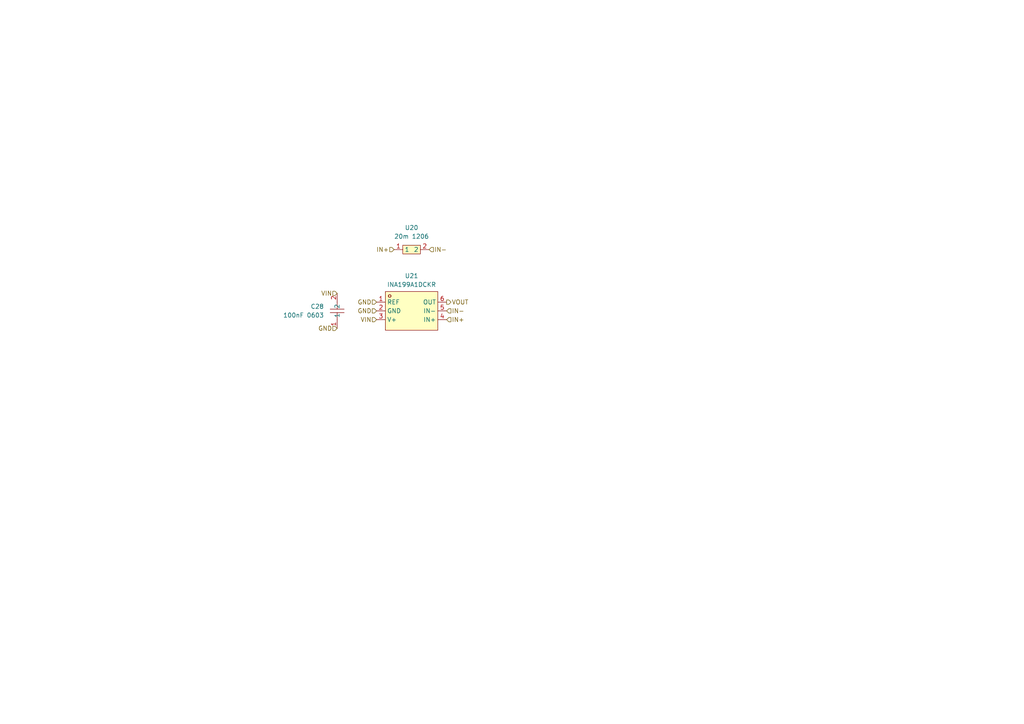
<source format=kicad_sch>
(kicad_sch (version 20231120) (generator "eeschema") (generator_version "8.0")
  (paper "A4")
  (lib_symbols
    (symbol "Rocketry_Easyeda:CC0603KRX7R9BB104 (100nF 0603)"
      (property "Reference" "C" (at 0 5.08 0))
      (property "Value" "CC0603KRX7R9BB104 (100nF 0603)" (at 0 -5.08 0))
      (symbol "CC0603KRX7R9BB104 (100nF 0603)_0_1"
        (polyline (pts (xy -0.51 -2.03) (xy -0.51 2.03)))
        (polyline (pts (xy -0.51 0) (xy -2.54 0)))
        (polyline (pts (xy 0.51 2.03) (xy 0.51 -2.03)))
        (polyline (pts (xy 2.54 0) (xy 0.51 0)))
        (pin unspecified line (at -5.08 0 0) (length 2.54) (name "1") (number "1"))
        (pin unspecified line (at 5.08 0 180) (length 2.54) (name "2") (number "2"))
      )
    )
    (symbol "Rocketry_Easyeda:FRM121WFR020TM (20m 1206)"
      (property "Reference" "U" (at 0 5.08 0))
      (property "Value" "FRM121WFR020TM (20m 1206)" (at 0 -5.08 0))
      (symbol "FRM121WFR020TM (20m 1206)_0_1"
        (rectangle (start -2.54 1.27) (end 2.54 -1.27) (fill (type background)))
        (pin unspecified line (at -5.08 0 0) (length 2.54) (name "1") (number "1"))
        (pin unspecified line (at 5.08 0 180) (length 2.54) (name "2") (number "2"))
      )
    )
    (symbol "Rocketry_Easyeda:INA199A1DCKR"
      (property "Reference" "U" (at 0 7.62 0))
      (property "Value" "INA199A1DCKR" (at 0 -7.62 0))
      (symbol "INA199A1DCKR_0_1"
        (rectangle (start -7.62 5.59) (end 7.62 -5.59) (fill (type background)))
        (circle (center -6.35 4.32) (radius 0.38))
        (circle (center -6.35 4.32) (radius 0.38))
        (pin unspecified line (at -10.16 2.54 0) (length 2.54) (name "REF") (number "1"))
        (pin unspecified line (at -10.16 0 0) (length 2.54) (name "GND") (number "2"))
        (pin unspecified line (at -10.16 -2.54 0) (length 2.54) (name "V+") (number "3"))
        (pin unspecified line (at 10.16 -2.54 180) (length 2.54) (name "IN+") (number "4"))
        (pin unspecified line (at 10.16 0 180) (length 2.54) (name "IN-") (number "5"))
        (pin unspecified line (at 10.16 2.54 180) (length 2.54) (name "OUT") (number "6"))
      )
    )
  )
  (hierarchical_label "VIN" (shape input) (at 97.79 85.09 180))
  (hierarchical_label "GND" (shape input) (at 97.79 95.25 180))
  (hierarchical_label "IN+" (shape input) (at 129.54 92.71 0))
  (hierarchical_label "IN+" (shape input) (at 114.3 72.39 180))
  (hierarchical_label "IN-" (shape input) (at 124.46 72.39 0))
  (hierarchical_label "GND" (shape input) (at 109.22 87.63 180))
  (hierarchical_label "VOUT" (shape output) (at 129.54 87.63 0))
  (hierarchical_label "GND" (shape input) (at 109.22 90.17 180))
  (hierarchical_label "VIN" (shape input) (at 109.22 92.71 180))
  (hierarchical_label "IN-" (shape input) (at 129.54 90.17 0))
  (symbol (lib_id "Rocketry_Easyeda:CC0603KRX7R9BB104 (100nF 0603)") (at 97.79 90.17 270) (mirror x) (unit 1)
    (property "Reference" "C28" (at 93.98 88.9 90) (effects (justify right)))
    (property "Value" "100nF 0603" (at 93.98 91.44 90) (effects (justify right)))
    (property "Footprint" "Rocketry_Easyeda:C0603" (effects (hide yes)))
    (property "Datasheet" "https://lcsc.com/product-detail/Multilayer-Ceramic-Capacitors-MLCC-SMD-SMT_100nF-104-10-50V_C14663.html" (effects (hide yes)))
    (property "LCSC Part" "C14663" (effects (hide yes)))
    (instances (project "EPSv1" (path "" (reference "C28") (unit 1)) (path "" (reference "C27") (unit 1)) (path "" (reference "C39") (unit 1))))
  )
  (symbol (lib_id "Rocketry_Easyeda:INA199A1DCKR") (at 119.38 90.17 0) (unit 1)
    (property "Reference" "U21" (at 119.38 80.01 0))
    (property "Value" "INA199A1DCKR" (at 119.38 82.55 0))
    (property "Footprint" "Rocketry_Easyeda:SC-70-6_L2.2-W1.3-P0.65-LS2.1-BR" (effects (hide yes)))
    (property "Datasheet" "https://lcsc.com/product-detail/PMIC-Current-Power-Monitors-Regulators_TI_INA199A1DCKR_INA199A1DCKR_C59135.html" (effects (hide yes)))
    (property "LCSC Part" "C59135" (effects (hide yes)))
    (instances (project "EPSv1" (path "" (reference "U21") (unit 1)) (path "" (reference "U19") (unit 1)) (path "" (reference "U19") (unit 1))))
  )
  (symbol (lib_id "Rocketry_Easyeda:FRM121WFR020TM (20m 1206)") (at 119.38 72.39 0) (unit 1)
    (property "Reference" "U20" (at 119.38 66.04 0))
    (property "Value" "20m 1206" (at 119.38 68.58 0))
    (property "Footprint" "Rocketry_Easyeda:R1206" (effects (hide yes)))
    (property "LCSC Part" "C7420010" (effects (hide yes)))
    (instances (project "EPSv1" (path "" (reference "U20") (unit 1)) (path "" (reference "U18") (unit 1)) (path "" (reference "U18") (unit 1))))
  )
)
</source>
